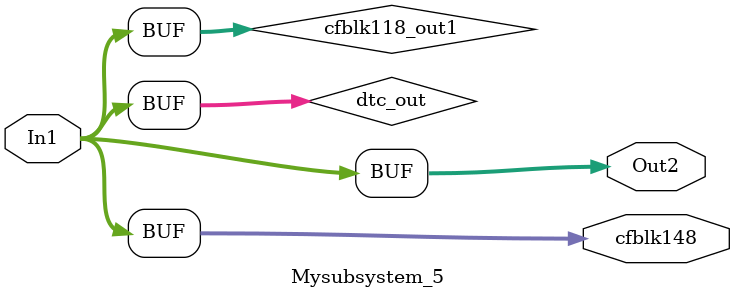
<source format=v>



`timescale 1 ns / 1 ns

module Mysubsystem_5
          (In1,
           cfblk148,
           Out2);


  input   [7:0] In1;  // uint8
  output  [7:0] cfblk148;  // uint8
  output  [7:0] Out2;  // uint8


  wire [7:0] dtc_out;  // ufix8
  wire [7:0] cfblk118_out1;  // uint8


  assign dtc_out = In1;



  assign cfblk118_out1 = dtc_out;



  assign cfblk148 = cfblk118_out1;

  assign Out2 = cfblk118_out1;

endmodule  // Mysubsystem_5


</source>
